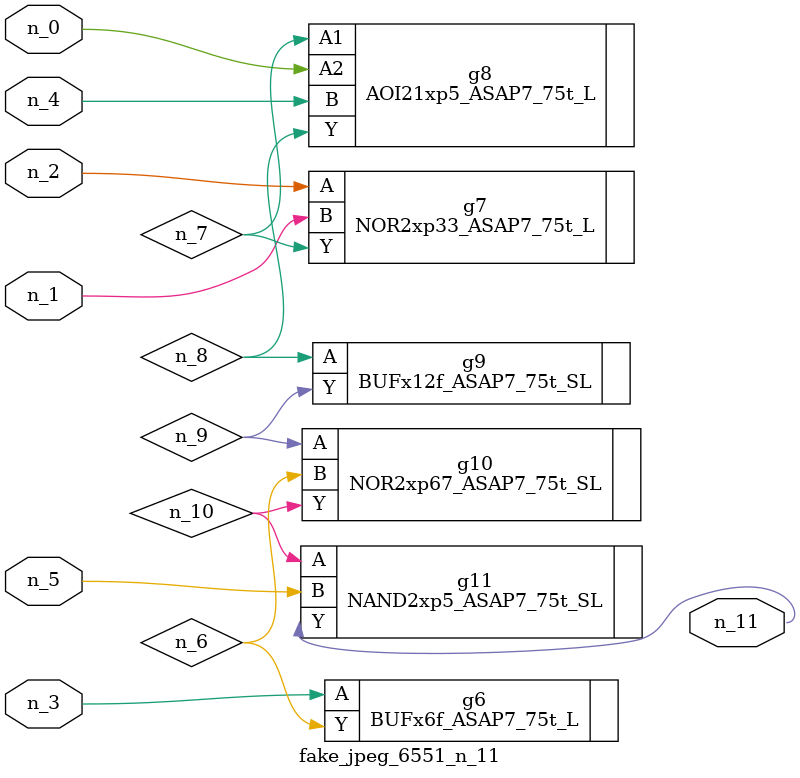
<source format=v>
module fake_jpeg_6551_n_11 (n_3, n_2, n_1, n_0, n_4, n_5, n_11);

input n_3;
input n_2;
input n_1;
input n_0;
input n_4;
input n_5;

output n_11;

wire n_10;
wire n_8;
wire n_9;
wire n_6;
wire n_7;

BUFx6f_ASAP7_75t_L g6 ( 
.A(n_3),
.Y(n_6)
);

NOR2xp33_ASAP7_75t_L g7 ( 
.A(n_2),
.B(n_1),
.Y(n_7)
);

AOI21xp5_ASAP7_75t_L g8 ( 
.A1(n_7),
.A2(n_0),
.B(n_4),
.Y(n_8)
);

BUFx12f_ASAP7_75t_SL g9 ( 
.A(n_8),
.Y(n_9)
);

NOR2xp67_ASAP7_75t_SL g10 ( 
.A(n_9),
.B(n_6),
.Y(n_10)
);

NAND2xp5_ASAP7_75t_SL g11 ( 
.A(n_10),
.B(n_5),
.Y(n_11)
);


endmodule
</source>
